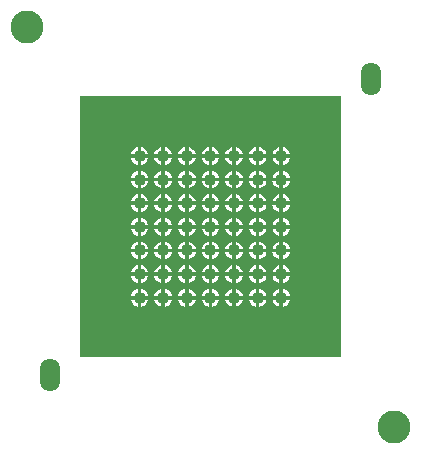
<source format=gbl>
%FSLAX24Y24*%
%MOIN*%
G70*
G01*
G75*
G04 Layer_Physical_Order=2*
G04 Layer_Color=16711680*
%ADD10R,0.0500X0.0299*%
%ADD11R,0.0551X0.0236*%
%ADD12R,0.0709X0.0236*%
%ADD13R,0.0315X0.0354*%
%ADD14R,0.0500X0.1000*%
%ADD15R,0.0512X0.0217*%
%ADD16R,0.0354X0.0315*%
%ADD17R,0.0472X0.0551*%
%ADD18R,0.0354X0.0276*%
%ADD19R,0.0217X0.0394*%
%ADD20R,0.0276X0.0354*%
%ADD21R,0.0217X0.0512*%
%ADD22R,0.0512X0.0236*%
%ADD23R,0.1500X0.1000*%
G04:AMPARAMS|DCode=24|XSize=60mil|YSize=40mil|CornerRadius=0mil|HoleSize=0mil|Usage=FLASHONLY|Rotation=45.000|XOffset=0mil|YOffset=0mil|HoleType=Round|Shape=Rectangle|*
%AMROTATEDRECTD24*
4,1,4,-0.0071,-0.0354,-0.0354,-0.0071,0.0071,0.0354,0.0354,0.0071,-0.0071,-0.0354,0.0*
%
%ADD24ROTATEDRECTD24*%

%ADD25O,0.1181X0.3150*%
%ADD26R,0.8661X0.8661*%
%ADD27C,0.0120*%
%ADD28C,0.0200*%
%ADD29C,0.0150*%
%ADD30C,0.0300*%
%ADD31O,0.0669X0.1102*%
%ADD32C,0.1100*%
%ADD33C,0.0400*%
G36*
X4350Y-4350D02*
X-4350D01*
Y4350D01*
X4350D01*
Y-4350D01*
D02*
G37*
%LPC*%
G36*
X727Y-847D02*
X493D01*
X495Y-866D01*
X525Y-939D01*
X573Y-1001D01*
X636Y-1049D01*
X709Y-1080D01*
X727Y-1082D01*
Y-847D01*
D02*
G37*
G36*
X1082D02*
X847D01*
Y-1082D01*
X866Y-1080D01*
X939Y-1049D01*
X1001Y-1001D01*
X1049Y-939D01*
X1080Y-866D01*
X1082Y-847D01*
D02*
G37*
G36*
X1515D02*
X1280D01*
X1283Y-866D01*
X1313Y-939D01*
X1361Y-1001D01*
X1424Y-1049D01*
X1496Y-1080D01*
X1515Y-1082D01*
Y-847D01*
D02*
G37*
G36*
X-493D02*
X-727D01*
Y-1082D01*
X-709Y-1080D01*
X-636Y-1049D01*
X-573Y-1001D01*
X-525Y-939D01*
X-495Y-866D01*
X-493Y-847D01*
D02*
G37*
G36*
X-60D02*
X-295D01*
X-292Y-866D01*
X-262Y-939D01*
X-214Y-1001D01*
X-151Y-1049D01*
X-78Y-1080D01*
X-60Y-1082D01*
Y-847D01*
D02*
G37*
G36*
X295D02*
X60D01*
Y-1082D01*
X78Y-1080D01*
X151Y-1049D01*
X214Y-1001D01*
X262Y-939D01*
X292Y-866D01*
X295Y-847D01*
D02*
G37*
G36*
X-2422Y-493D02*
X-2441Y-495D01*
X-2513Y-525D01*
X-2576Y-573D01*
X-2624Y-636D01*
X-2654Y-709D01*
X-2657Y-727D01*
X-2422D01*
Y-493D01*
D02*
G37*
G36*
X-2302D02*
Y-727D01*
X-2068D01*
X-2070Y-709D01*
X-2100Y-636D01*
X-2148Y-573D01*
X-2211Y-525D01*
X-2284Y-495D01*
X-2302Y-493D01*
D02*
G37*
G36*
X-1635D02*
X-1653Y-495D01*
X-1726Y-525D01*
X-1789Y-573D01*
X-1837Y-636D01*
X-1867Y-709D01*
X-1869Y-727D01*
X-1635D01*
Y-493D01*
D02*
G37*
G36*
X1869Y-847D02*
X1635D01*
Y-1082D01*
X1653Y-1080D01*
X1726Y-1049D01*
X1789Y-1001D01*
X1837Y-939D01*
X1867Y-866D01*
X1869Y-847D01*
D02*
G37*
G36*
X2302D02*
X2068D01*
X2070Y-866D01*
X2100Y-939D01*
X2148Y-1001D01*
X2211Y-1049D01*
X2284Y-1080D01*
X2302Y-1082D01*
Y-847D01*
D02*
G37*
G36*
X2657D02*
X2422D01*
Y-1082D01*
X2441Y-1080D01*
X2513Y-1049D01*
X2576Y-1001D01*
X2624Y-939D01*
X2654Y-866D01*
X2657Y-847D01*
D02*
G37*
G36*
X1515Y-1280D02*
X1496Y-1283D01*
X1424Y-1313D01*
X1361Y-1361D01*
X1313Y-1424D01*
X1283Y-1496D01*
X1280Y-1515D01*
X1515D01*
Y-1280D01*
D02*
G37*
G36*
X1635D02*
Y-1515D01*
X1869D01*
X1867Y-1496D01*
X1837Y-1424D01*
X1789Y-1361D01*
X1726Y-1313D01*
X1653Y-1283D01*
X1635Y-1280D01*
D02*
G37*
G36*
X2302D02*
X2284Y-1283D01*
X2211Y-1313D01*
X2148Y-1361D01*
X2100Y-1424D01*
X2070Y-1496D01*
X2068Y-1515D01*
X2302D01*
Y-1280D01*
D02*
G37*
G36*
X60D02*
Y-1515D01*
X295D01*
X292Y-1496D01*
X262Y-1424D01*
X214Y-1361D01*
X151Y-1313D01*
X78Y-1283D01*
X60Y-1280D01*
D02*
G37*
G36*
X727D02*
X709Y-1283D01*
X636Y-1313D01*
X573Y-1361D01*
X525Y-1424D01*
X495Y-1496D01*
X493Y-1515D01*
X727D01*
Y-1280D01*
D02*
G37*
G36*
X847D02*
Y-1515D01*
X1082D01*
X1080Y-1496D01*
X1049Y-1424D01*
X1001Y-1361D01*
X939Y-1313D01*
X866Y-1283D01*
X847Y-1280D01*
D02*
G37*
G36*
X-1635Y-847D02*
X-1869D01*
X-1867Y-866D01*
X-1837Y-939D01*
X-1789Y-1001D01*
X-1726Y-1049D01*
X-1653Y-1080D01*
X-1635Y-1082D01*
Y-847D01*
D02*
G37*
G36*
X-1280D02*
X-1515D01*
Y-1082D01*
X-1496Y-1080D01*
X-1424Y-1049D01*
X-1361Y-1001D01*
X-1313Y-939D01*
X-1283Y-866D01*
X-1280Y-847D01*
D02*
G37*
G36*
X-847D02*
X-1082D01*
X-1080Y-866D01*
X-1049Y-939D01*
X-1001Y-1001D01*
X-939Y-1049D01*
X-866Y-1080D01*
X-847Y-1082D01*
Y-847D01*
D02*
G37*
G36*
X2422Y-1280D02*
Y-1515D01*
X2657D01*
X2654Y-1496D01*
X2624Y-1424D01*
X2576Y-1361D01*
X2513Y-1313D01*
X2441Y-1283D01*
X2422Y-1280D01*
D02*
G37*
G36*
X-2422Y-847D02*
X-2657D01*
X-2654Y-866D01*
X-2624Y-939D01*
X-2576Y-1001D01*
X-2513Y-1049D01*
X-2441Y-1080D01*
X-2422Y-1082D01*
Y-847D01*
D02*
G37*
G36*
X-2068D02*
X-2302D01*
Y-1082D01*
X-2284Y-1080D01*
X-2211Y-1049D01*
X-2148Y-1001D01*
X-2100Y-939D01*
X-2070Y-866D01*
X-2068Y-847D01*
D02*
G37*
G36*
X-847Y-60D02*
X-1082D01*
X-1080Y-78D01*
X-1049Y-151D01*
X-1001Y-214D01*
X-939Y-262D01*
X-866Y-292D01*
X-847Y-295D01*
Y-60D01*
D02*
G37*
G36*
X-493D02*
X-727D01*
Y-295D01*
X-709Y-292D01*
X-636Y-262D01*
X-573Y-214D01*
X-525Y-151D01*
X-495Y-78D01*
X-493Y-60D01*
D02*
G37*
G36*
X-60D02*
X-295D01*
X-292Y-78D01*
X-262Y-151D01*
X-214Y-214D01*
X-151Y-262D01*
X-78Y-292D01*
X-60Y-295D01*
Y-60D01*
D02*
G37*
G36*
X-2068D02*
X-2302D01*
Y-295D01*
X-2284Y-292D01*
X-2211Y-262D01*
X-2148Y-214D01*
X-2100Y-151D01*
X-2070Y-78D01*
X-2068Y-60D01*
D02*
G37*
G36*
X-1635D02*
X-1869D01*
X-1867Y-78D01*
X-1837Y-151D01*
X-1789Y-214D01*
X-1726Y-262D01*
X-1653Y-292D01*
X-1635Y-295D01*
Y-60D01*
D02*
G37*
G36*
X-1280D02*
X-1515D01*
Y-295D01*
X-1496Y-292D01*
X-1424Y-262D01*
X-1361Y-214D01*
X-1313Y-151D01*
X-1283Y-78D01*
X-1280Y-60D01*
D02*
G37*
G36*
X1515D02*
X1280D01*
X1283Y-78D01*
X1313Y-151D01*
X1361Y-214D01*
X1424Y-262D01*
X1496Y-292D01*
X1515Y-295D01*
Y-60D01*
D02*
G37*
G36*
X1869D02*
X1635D01*
Y-295D01*
X1653Y-292D01*
X1726Y-262D01*
X1789Y-214D01*
X1837Y-151D01*
X1867Y-78D01*
X1869Y-60D01*
D02*
G37*
G36*
X2302D02*
X2068D01*
X2070Y-78D01*
X2100Y-151D01*
X2148Y-214D01*
X2211Y-262D01*
X2284Y-292D01*
X2302Y-295D01*
Y-60D01*
D02*
G37*
G36*
X295D02*
X60D01*
Y-295D01*
X78Y-292D01*
X151Y-262D01*
X214Y-214D01*
X262Y-151D01*
X292Y-78D01*
X295Y-60D01*
D02*
G37*
G36*
X727D02*
X493D01*
X495Y-78D01*
X525Y-151D01*
X573Y-214D01*
X636Y-262D01*
X709Y-292D01*
X727Y-295D01*
Y-60D01*
D02*
G37*
G36*
X1082D02*
X847D01*
Y-295D01*
X866Y-292D01*
X939Y-262D01*
X1001Y-214D01*
X1049Y-151D01*
X1080Y-78D01*
X1082Y-60D01*
D02*
G37*
G36*
X-60Y-493D02*
X-78Y-495D01*
X-151Y-525D01*
X-214Y-573D01*
X-262Y-636D01*
X-292Y-709D01*
X-295Y-727D01*
X-60D01*
Y-493D01*
D02*
G37*
G36*
X60D02*
Y-727D01*
X295D01*
X292Y-709D01*
X262Y-636D01*
X214Y-573D01*
X151Y-525D01*
X78Y-495D01*
X60Y-493D01*
D02*
G37*
G36*
X727D02*
X709Y-495D01*
X636Y-525D01*
X573Y-573D01*
X525Y-636D01*
X495Y-709D01*
X493Y-727D01*
X727D01*
Y-493D01*
D02*
G37*
G36*
X-1515D02*
Y-727D01*
X-1280D01*
X-1283Y-709D01*
X-1313Y-636D01*
X-1361Y-573D01*
X-1424Y-525D01*
X-1496Y-495D01*
X-1515Y-493D01*
D02*
G37*
G36*
X-847D02*
X-866Y-495D01*
X-939Y-525D01*
X-1001Y-573D01*
X-1049Y-636D01*
X-1080Y-709D01*
X-1082Y-727D01*
X-847D01*
Y-493D01*
D02*
G37*
G36*
X-727D02*
Y-727D01*
X-493D01*
X-495Y-709D01*
X-525Y-636D01*
X-573Y-573D01*
X-636Y-525D01*
X-709Y-495D01*
X-727Y-493D01*
D02*
G37*
G36*
X2302D02*
X2284Y-495D01*
X2211Y-525D01*
X2148Y-573D01*
X2100Y-636D01*
X2070Y-709D01*
X2068Y-727D01*
X2302D01*
Y-493D01*
D02*
G37*
G36*
X2422D02*
Y-727D01*
X2657D01*
X2654Y-709D01*
X2624Y-636D01*
X2576Y-573D01*
X2513Y-525D01*
X2441Y-495D01*
X2422Y-493D01*
D02*
G37*
G36*
X-2422Y-60D02*
X-2657D01*
X-2654Y-78D01*
X-2624Y-151D01*
X-2576Y-214D01*
X-2513Y-262D01*
X-2441Y-292D01*
X-2422Y-295D01*
Y-60D01*
D02*
G37*
G36*
X847Y-493D02*
Y-727D01*
X1082D01*
X1080Y-709D01*
X1049Y-636D01*
X1001Y-573D01*
X939Y-525D01*
X866Y-495D01*
X847Y-493D01*
D02*
G37*
G36*
X1515D02*
X1496Y-495D01*
X1424Y-525D01*
X1361Y-573D01*
X1313Y-636D01*
X1283Y-709D01*
X1280Y-727D01*
X1515D01*
Y-493D01*
D02*
G37*
G36*
X1635D02*
Y-727D01*
X1869D01*
X1867Y-709D01*
X1837Y-636D01*
X1789Y-573D01*
X1726Y-525D01*
X1653Y-495D01*
X1635Y-493D01*
D02*
G37*
G36*
X-60Y-1280D02*
X-78Y-1283D01*
X-151Y-1313D01*
X-214Y-1361D01*
X-262Y-1424D01*
X-292Y-1496D01*
X-295Y-1515D01*
X-60D01*
Y-1280D01*
D02*
G37*
G36*
X-2302Y-2068D02*
Y-2302D01*
X-2068D01*
X-2070Y-2284D01*
X-2100Y-2211D01*
X-2148Y-2148D01*
X-2211Y-2100D01*
X-2284Y-2070D01*
X-2302Y-2068D01*
D02*
G37*
G36*
X-1635D02*
X-1653Y-2070D01*
X-1726Y-2100D01*
X-1789Y-2148D01*
X-1837Y-2211D01*
X-1867Y-2284D01*
X-1869Y-2302D01*
X-1635D01*
Y-2068D01*
D02*
G37*
G36*
X-1515D02*
Y-2302D01*
X-1280D01*
X-1283Y-2284D01*
X-1313Y-2211D01*
X-1361Y-2148D01*
X-1424Y-2100D01*
X-1496Y-2070D01*
X-1515Y-2068D01*
D02*
G37*
G36*
X2302Y-2422D02*
X2068D01*
X2070Y-2441D01*
X2100Y-2513D01*
X2148Y-2576D01*
X2211Y-2624D01*
X2284Y-2654D01*
X2302Y-2657D01*
Y-2422D01*
D02*
G37*
G36*
X2657D02*
X2422D01*
Y-2657D01*
X2441Y-2654D01*
X2513Y-2624D01*
X2576Y-2576D01*
X2624Y-2513D01*
X2654Y-2441D01*
X2657Y-2422D01*
D02*
G37*
G36*
X-2422Y-2068D02*
X-2441Y-2070D01*
X-2513Y-2100D01*
X-2576Y-2148D01*
X-2624Y-2211D01*
X-2654Y-2284D01*
X-2657Y-2302D01*
X-2422D01*
Y-2068D01*
D02*
G37*
G36*
X60D02*
Y-2302D01*
X295D01*
X292Y-2284D01*
X262Y-2211D01*
X214Y-2148D01*
X151Y-2100D01*
X78Y-2070D01*
X60Y-2068D01*
D02*
G37*
G36*
X727D02*
X709Y-2070D01*
X636Y-2100D01*
X573Y-2148D01*
X525Y-2211D01*
X495Y-2284D01*
X493Y-2302D01*
X727D01*
Y-2068D01*
D02*
G37*
G36*
X847D02*
Y-2302D01*
X1082D01*
X1080Y-2284D01*
X1049Y-2211D01*
X1001Y-2148D01*
X939Y-2100D01*
X866Y-2070D01*
X847Y-2068D01*
D02*
G37*
G36*
X-847D02*
X-866Y-2070D01*
X-939Y-2100D01*
X-1001Y-2148D01*
X-1049Y-2211D01*
X-1080Y-2284D01*
X-1082Y-2302D01*
X-847D01*
Y-2068D01*
D02*
G37*
G36*
X-727D02*
Y-2302D01*
X-493D01*
X-495Y-2284D01*
X-525Y-2211D01*
X-573Y-2148D01*
X-636Y-2100D01*
X-709Y-2070D01*
X-727Y-2068D01*
D02*
G37*
G36*
X-60D02*
X-78Y-2070D01*
X-151Y-2100D01*
X-214Y-2148D01*
X-262Y-2211D01*
X-292Y-2284D01*
X-295Y-2302D01*
X-60D01*
Y-2068D01*
D02*
G37*
G36*
X-1280Y-2422D02*
X-1515D01*
Y-2657D01*
X-1496Y-2654D01*
X-1424Y-2624D01*
X-1361Y-2576D01*
X-1313Y-2513D01*
X-1283Y-2441D01*
X-1280Y-2422D01*
D02*
G37*
G36*
X-847D02*
X-1082D01*
X-1080Y-2441D01*
X-1049Y-2513D01*
X-1001Y-2576D01*
X-939Y-2624D01*
X-866Y-2654D01*
X-847Y-2657D01*
Y-2422D01*
D02*
G37*
G36*
X-493D02*
X-727D01*
Y-2657D01*
X-709Y-2654D01*
X-636Y-2624D01*
X-573Y-2576D01*
X-525Y-2513D01*
X-495Y-2441D01*
X-493Y-2422D01*
D02*
G37*
G36*
X-2422D02*
X-2657D01*
X-2654Y-2441D01*
X-2624Y-2513D01*
X-2576Y-2576D01*
X-2513Y-2624D01*
X-2441Y-2654D01*
X-2422Y-2657D01*
Y-2422D01*
D02*
G37*
G36*
X-2068D02*
X-2302D01*
Y-2657D01*
X-2284Y-2654D01*
X-2211Y-2624D01*
X-2148Y-2576D01*
X-2100Y-2513D01*
X-2070Y-2441D01*
X-2068Y-2422D01*
D02*
G37*
G36*
X-1635D02*
X-1869D01*
X-1867Y-2441D01*
X-1837Y-2513D01*
X-1789Y-2576D01*
X-1726Y-2624D01*
X-1653Y-2654D01*
X-1635Y-2657D01*
Y-2422D01*
D02*
G37*
G36*
X1082D02*
X847D01*
Y-2657D01*
X866Y-2654D01*
X939Y-2624D01*
X1001Y-2576D01*
X1049Y-2513D01*
X1080Y-2441D01*
X1082Y-2422D01*
D02*
G37*
G36*
X1515D02*
X1280D01*
X1283Y-2441D01*
X1313Y-2513D01*
X1361Y-2576D01*
X1424Y-2624D01*
X1496Y-2654D01*
X1515Y-2657D01*
Y-2422D01*
D02*
G37*
G36*
X1869D02*
X1635D01*
Y-2657D01*
X1653Y-2654D01*
X1726Y-2624D01*
X1789Y-2576D01*
X1837Y-2513D01*
X1867Y-2441D01*
X1869Y-2422D01*
D02*
G37*
G36*
X-60D02*
X-295D01*
X-292Y-2441D01*
X-262Y-2513D01*
X-214Y-2576D01*
X-151Y-2624D01*
X-78Y-2654D01*
X-60Y-2657D01*
Y-2422D01*
D02*
G37*
G36*
X295D02*
X60D01*
Y-2657D01*
X78Y-2654D01*
X151Y-2624D01*
X214Y-2576D01*
X262Y-2513D01*
X292Y-2441D01*
X295Y-2422D01*
D02*
G37*
G36*
X727D02*
X493D01*
X495Y-2441D01*
X525Y-2513D01*
X573Y-2576D01*
X636Y-2624D01*
X709Y-2654D01*
X727Y-2657D01*
Y-2422D01*
D02*
G37*
G36*
X1869Y-1635D02*
X1635D01*
Y-1869D01*
X1653Y-1867D01*
X1726Y-1837D01*
X1789Y-1789D01*
X1837Y-1726D01*
X1867Y-1653D01*
X1869Y-1635D01*
D02*
G37*
G36*
X2302D02*
X2068D01*
X2070Y-1653D01*
X2100Y-1726D01*
X2148Y-1789D01*
X2211Y-1837D01*
X2284Y-1867D01*
X2302Y-1869D01*
Y-1635D01*
D02*
G37*
G36*
X2657D02*
X2422D01*
Y-1869D01*
X2441Y-1867D01*
X2513Y-1837D01*
X2576Y-1789D01*
X2624Y-1726D01*
X2654Y-1653D01*
X2657Y-1635D01*
D02*
G37*
G36*
X727D02*
X493D01*
X495Y-1653D01*
X525Y-1726D01*
X573Y-1789D01*
X636Y-1837D01*
X709Y-1867D01*
X727Y-1869D01*
Y-1635D01*
D02*
G37*
G36*
X1082D02*
X847D01*
Y-1869D01*
X866Y-1867D01*
X939Y-1837D01*
X1001Y-1789D01*
X1049Y-1726D01*
X1080Y-1653D01*
X1082Y-1635D01*
D02*
G37*
G36*
X1515D02*
X1280D01*
X1283Y-1653D01*
X1313Y-1726D01*
X1361Y-1789D01*
X1424Y-1837D01*
X1496Y-1867D01*
X1515Y-1869D01*
Y-1635D01*
D02*
G37*
G36*
X-1515Y-1280D02*
Y-1515D01*
X-1280D01*
X-1283Y-1496D01*
X-1313Y-1424D01*
X-1361Y-1361D01*
X-1424Y-1313D01*
X-1496Y-1283D01*
X-1515Y-1280D01*
D02*
G37*
G36*
X-847D02*
X-866Y-1283D01*
X-939Y-1313D01*
X-1001Y-1361D01*
X-1049Y-1424D01*
X-1080Y-1496D01*
X-1082Y-1515D01*
X-847D01*
Y-1280D01*
D02*
G37*
G36*
X-727D02*
Y-1515D01*
X-493D01*
X-495Y-1496D01*
X-525Y-1424D01*
X-573Y-1361D01*
X-636Y-1313D01*
X-709Y-1283D01*
X-727Y-1280D01*
D02*
G37*
G36*
X-2422D02*
X-2441Y-1283D01*
X-2513Y-1313D01*
X-2576Y-1361D01*
X-2624Y-1424D01*
X-2654Y-1496D01*
X-2657Y-1515D01*
X-2422D01*
Y-1280D01*
D02*
G37*
G36*
X-2302D02*
Y-1515D01*
X-2068D01*
X-2070Y-1496D01*
X-2100Y-1424D01*
X-2148Y-1361D01*
X-2211Y-1313D01*
X-2284Y-1283D01*
X-2302Y-1280D01*
D02*
G37*
G36*
X-1635D02*
X-1653Y-1283D01*
X-1726Y-1313D01*
X-1789Y-1361D01*
X-1837Y-1424D01*
X-1867Y-1496D01*
X-1869Y-1515D01*
X-1635D01*
Y-1280D01*
D02*
G37*
G36*
X2422Y-2068D02*
Y-2302D01*
X2657D01*
X2654Y-2284D01*
X2624Y-2211D01*
X2576Y-2148D01*
X2513Y-2100D01*
X2441Y-2070D01*
X2422Y-2068D01*
D02*
G37*
G36*
X-2422Y-1635D02*
X-2657D01*
X-2654Y-1653D01*
X-2624Y-1726D01*
X-2576Y-1789D01*
X-2513Y-1837D01*
X-2441Y-1867D01*
X-2422Y-1869D01*
Y-1635D01*
D02*
G37*
G36*
X-2068D02*
X-2302D01*
Y-1869D01*
X-2284Y-1867D01*
X-2211Y-1837D01*
X-2148Y-1789D01*
X-2100Y-1726D01*
X-2070Y-1653D01*
X-2068Y-1635D01*
D02*
G37*
G36*
X1515Y-2068D02*
X1496Y-2070D01*
X1424Y-2100D01*
X1361Y-2148D01*
X1313Y-2211D01*
X1283Y-2284D01*
X1280Y-2302D01*
X1515D01*
Y-2068D01*
D02*
G37*
G36*
X1635D02*
Y-2302D01*
X1869D01*
X1867Y-2284D01*
X1837Y-2211D01*
X1789Y-2148D01*
X1726Y-2100D01*
X1653Y-2070D01*
X1635Y-2068D01*
D02*
G37*
G36*
X2302D02*
X2284Y-2070D01*
X2211Y-2100D01*
X2148Y-2148D01*
X2100Y-2211D01*
X2070Y-2284D01*
X2068Y-2302D01*
X2302D01*
Y-2068D01*
D02*
G37*
G36*
X-493Y-1635D02*
X-727D01*
Y-1869D01*
X-709Y-1867D01*
X-636Y-1837D01*
X-573Y-1789D01*
X-525Y-1726D01*
X-495Y-1653D01*
X-493Y-1635D01*
D02*
G37*
G36*
X-60D02*
X-295D01*
X-292Y-1653D01*
X-262Y-1726D01*
X-214Y-1789D01*
X-151Y-1837D01*
X-78Y-1867D01*
X-60Y-1869D01*
Y-1635D01*
D02*
G37*
G36*
X295D02*
X60D01*
Y-1869D01*
X78Y-1867D01*
X151Y-1837D01*
X214Y-1789D01*
X262Y-1726D01*
X292Y-1653D01*
X295Y-1635D01*
D02*
G37*
G36*
X-1635D02*
X-1869D01*
X-1867Y-1653D01*
X-1837Y-1726D01*
X-1789Y-1789D01*
X-1726Y-1837D01*
X-1653Y-1867D01*
X-1635Y-1869D01*
Y-1635D01*
D02*
G37*
G36*
X-1280D02*
X-1515D01*
Y-1869D01*
X-1496Y-1867D01*
X-1424Y-1837D01*
X-1361Y-1789D01*
X-1313Y-1726D01*
X-1283Y-1653D01*
X-1280Y-1635D01*
D02*
G37*
G36*
X-847D02*
X-1082D01*
X-1080Y-1653D01*
X-1049Y-1726D01*
X-1001Y-1789D01*
X-939Y-1837D01*
X-866Y-1867D01*
X-847Y-1869D01*
Y-1635D01*
D02*
G37*
G36*
X2657Y-60D02*
X2422D01*
Y-295D01*
X2441Y-292D01*
X2513Y-262D01*
X2576Y-214D01*
X2624Y-151D01*
X2654Y-78D01*
X2657Y-60D01*
D02*
G37*
G36*
X727Y1869D02*
X709Y1867D01*
X636Y1837D01*
X573Y1789D01*
X525Y1726D01*
X495Y1653D01*
X493Y1635D01*
X727D01*
Y1869D01*
D02*
G37*
G36*
X847D02*
Y1635D01*
X1082D01*
X1080Y1653D01*
X1049Y1726D01*
X1001Y1789D01*
X939Y1837D01*
X866Y1867D01*
X847Y1869D01*
D02*
G37*
G36*
X1515D02*
X1496Y1867D01*
X1424Y1837D01*
X1361Y1789D01*
X1313Y1726D01*
X1283Y1653D01*
X1280Y1635D01*
X1515D01*
Y1869D01*
D02*
G37*
G36*
X-727D02*
Y1635D01*
X-493D01*
X-495Y1653D01*
X-525Y1726D01*
X-573Y1789D01*
X-636Y1837D01*
X-709Y1867D01*
X-727Y1869D01*
D02*
G37*
G36*
X-60D02*
X-78Y1867D01*
X-151Y1837D01*
X-214Y1789D01*
X-262Y1726D01*
X-292Y1653D01*
X-295Y1635D01*
X-60D01*
Y1869D01*
D02*
G37*
G36*
X60D02*
Y1635D01*
X295D01*
X292Y1653D01*
X262Y1726D01*
X214Y1789D01*
X151Y1837D01*
X78Y1867D01*
X60Y1869D01*
D02*
G37*
G36*
X-2422Y2302D02*
X-2657D01*
X-2654Y2284D01*
X-2624Y2211D01*
X-2576Y2148D01*
X-2513Y2100D01*
X-2441Y2070D01*
X-2422Y2068D01*
Y2302D01*
D02*
G37*
G36*
X-2068D02*
X-2302D01*
Y2068D01*
X-2284Y2070D01*
X-2211Y2100D01*
X-2148Y2148D01*
X-2100Y2211D01*
X-2070Y2284D01*
X-2068Y2302D01*
D02*
G37*
G36*
X-1635D02*
X-1869D01*
X-1867Y2284D01*
X-1837Y2211D01*
X-1789Y2148D01*
X-1726Y2100D01*
X-1653Y2070D01*
X-1635Y2068D01*
Y2302D01*
D02*
G37*
G36*
X1635Y1869D02*
Y1635D01*
X1869D01*
X1867Y1653D01*
X1837Y1726D01*
X1789Y1789D01*
X1726Y1837D01*
X1653Y1867D01*
X1635Y1869D01*
D02*
G37*
G36*
X2302D02*
X2284Y1867D01*
X2211Y1837D01*
X2148Y1789D01*
X2100Y1726D01*
X2070Y1653D01*
X2068Y1635D01*
X2302D01*
Y1869D01*
D02*
G37*
G36*
X2422D02*
Y1635D01*
X2657D01*
X2654Y1653D01*
X2624Y1726D01*
X2576Y1789D01*
X2513Y1837D01*
X2441Y1867D01*
X2422Y1869D01*
D02*
G37*
G36*
X1515Y1515D02*
X1280D01*
X1283Y1496D01*
X1313Y1424D01*
X1361Y1361D01*
X1424Y1313D01*
X1496Y1283D01*
X1515Y1280D01*
Y1515D01*
D02*
G37*
G36*
X1869D02*
X1635D01*
Y1280D01*
X1653Y1283D01*
X1726Y1313D01*
X1789Y1361D01*
X1837Y1424D01*
X1867Y1496D01*
X1869Y1515D01*
D02*
G37*
G36*
X2302D02*
X2068D01*
X2070Y1496D01*
X2100Y1424D01*
X2148Y1361D01*
X2211Y1313D01*
X2284Y1283D01*
X2302Y1280D01*
Y1515D01*
D02*
G37*
G36*
X295D02*
X60D01*
Y1280D01*
X78Y1283D01*
X151Y1313D01*
X214Y1361D01*
X262Y1424D01*
X292Y1496D01*
X295Y1515D01*
D02*
G37*
G36*
X727D02*
X493D01*
X495Y1496D01*
X525Y1424D01*
X573Y1361D01*
X636Y1313D01*
X709Y1283D01*
X727Y1280D01*
Y1515D01*
D02*
G37*
G36*
X1082D02*
X847D01*
Y1280D01*
X866Y1283D01*
X939Y1313D01*
X1001Y1361D01*
X1049Y1424D01*
X1080Y1496D01*
X1082Y1515D01*
D02*
G37*
G36*
X-1635Y1869D02*
X-1653Y1867D01*
X-1726Y1837D01*
X-1789Y1789D01*
X-1837Y1726D01*
X-1867Y1653D01*
X-1869Y1635D01*
X-1635D01*
Y1869D01*
D02*
G37*
G36*
X-1515D02*
Y1635D01*
X-1280D01*
X-1283Y1653D01*
X-1313Y1726D01*
X-1361Y1789D01*
X-1424Y1837D01*
X-1496Y1867D01*
X-1515Y1869D01*
D02*
G37*
G36*
X-847D02*
X-866Y1867D01*
X-939Y1837D01*
X-1001Y1789D01*
X-1049Y1726D01*
X-1080Y1653D01*
X-1082Y1635D01*
X-847D01*
Y1869D01*
D02*
G37*
G36*
X2657Y1515D02*
X2422D01*
Y1280D01*
X2441Y1283D01*
X2513Y1313D01*
X2576Y1361D01*
X2624Y1424D01*
X2654Y1496D01*
X2657Y1515D01*
D02*
G37*
G36*
X-2422Y1869D02*
X-2441Y1867D01*
X-2513Y1837D01*
X-2576Y1789D01*
X-2624Y1726D01*
X-2654Y1653D01*
X-2657Y1635D01*
X-2422D01*
Y1869D01*
D02*
G37*
G36*
X-2302D02*
Y1635D01*
X-2068D01*
X-2070Y1653D01*
X-2100Y1726D01*
X-2148Y1789D01*
X-2211Y1837D01*
X-2284Y1867D01*
X-2302Y1869D01*
D02*
G37*
G36*
X-1280Y2302D02*
X-1515D01*
Y2068D01*
X-1496Y2070D01*
X-1424Y2100D01*
X-1361Y2148D01*
X-1313Y2211D01*
X-1283Y2284D01*
X-1280Y2302D01*
D02*
G37*
G36*
X-727Y2657D02*
Y2422D01*
X-493D01*
X-495Y2441D01*
X-525Y2513D01*
X-573Y2576D01*
X-636Y2624D01*
X-709Y2654D01*
X-727Y2657D01*
D02*
G37*
G36*
X-60D02*
X-78Y2654D01*
X-151Y2624D01*
X-214Y2576D01*
X-262Y2513D01*
X-292Y2441D01*
X-295Y2422D01*
X-60D01*
Y2657D01*
D02*
G37*
G36*
X60D02*
Y2422D01*
X295D01*
X292Y2441D01*
X262Y2513D01*
X214Y2576D01*
X151Y2624D01*
X78Y2654D01*
X60Y2657D01*
D02*
G37*
G36*
X-1635D02*
X-1653Y2654D01*
X-1726Y2624D01*
X-1789Y2576D01*
X-1837Y2513D01*
X-1867Y2441D01*
X-1869Y2422D01*
X-1635D01*
Y2657D01*
D02*
G37*
G36*
X-1515D02*
Y2422D01*
X-1280D01*
X-1283Y2441D01*
X-1313Y2513D01*
X-1361Y2576D01*
X-1424Y2624D01*
X-1496Y2654D01*
X-1515Y2657D01*
D02*
G37*
G36*
X-847D02*
X-866Y2654D01*
X-939Y2624D01*
X-1001Y2576D01*
X-1049Y2513D01*
X-1080Y2441D01*
X-1082Y2422D01*
X-847D01*
Y2657D01*
D02*
G37*
G36*
X1635D02*
Y2422D01*
X1869D01*
X1867Y2441D01*
X1837Y2513D01*
X1789Y2576D01*
X1726Y2624D01*
X1653Y2654D01*
X1635Y2657D01*
D02*
G37*
G36*
X2302D02*
X2284Y2654D01*
X2211Y2624D01*
X2148Y2576D01*
X2100Y2513D01*
X2070Y2441D01*
X2068Y2422D01*
X2302D01*
Y2657D01*
D02*
G37*
G36*
X2422D02*
Y2422D01*
X2657D01*
X2654Y2441D01*
X2624Y2513D01*
X2576Y2576D01*
X2513Y2624D01*
X2441Y2654D01*
X2422Y2657D01*
D02*
G37*
G36*
X727D02*
X709Y2654D01*
X636Y2624D01*
X573Y2576D01*
X525Y2513D01*
X495Y2441D01*
X493Y2422D01*
X727D01*
Y2657D01*
D02*
G37*
G36*
X847D02*
Y2422D01*
X1082D01*
X1080Y2441D01*
X1049Y2513D01*
X1001Y2576D01*
X939Y2624D01*
X866Y2654D01*
X847Y2657D01*
D02*
G37*
G36*
X1515D02*
X1496Y2654D01*
X1424Y2624D01*
X1361Y2576D01*
X1313Y2513D01*
X1283Y2441D01*
X1280Y2422D01*
X1515D01*
Y2657D01*
D02*
G37*
G36*
X295Y2302D02*
X60D01*
Y2068D01*
X78Y2070D01*
X151Y2100D01*
X214Y2148D01*
X262Y2211D01*
X292Y2284D01*
X295Y2302D01*
D02*
G37*
G36*
X727D02*
X493D01*
X495Y2284D01*
X525Y2211D01*
X573Y2148D01*
X636Y2100D01*
X709Y2070D01*
X727Y2068D01*
Y2302D01*
D02*
G37*
G36*
X1082D02*
X847D01*
Y2068D01*
X866Y2070D01*
X939Y2100D01*
X1001Y2148D01*
X1049Y2211D01*
X1080Y2284D01*
X1082Y2302D01*
D02*
G37*
G36*
X-847D02*
X-1082D01*
X-1080Y2284D01*
X-1049Y2211D01*
X-1001Y2148D01*
X-939Y2100D01*
X-866Y2070D01*
X-847Y2068D01*
Y2302D01*
D02*
G37*
G36*
X-493D02*
X-727D01*
Y2068D01*
X-709Y2070D01*
X-636Y2100D01*
X-573Y2148D01*
X-525Y2211D01*
X-495Y2284D01*
X-493Y2302D01*
D02*
G37*
G36*
X-60D02*
X-295D01*
X-292Y2284D01*
X-262Y2211D01*
X-214Y2148D01*
X-151Y2100D01*
X-78Y2070D01*
X-60Y2068D01*
Y2302D01*
D02*
G37*
G36*
X2657D02*
X2422D01*
Y2068D01*
X2441Y2070D01*
X2513Y2100D01*
X2576Y2148D01*
X2624Y2211D01*
X2654Y2284D01*
X2657Y2302D01*
D02*
G37*
G36*
X-2422Y2657D02*
X-2441Y2654D01*
X-2513Y2624D01*
X-2576Y2576D01*
X-2624Y2513D01*
X-2654Y2441D01*
X-2657Y2422D01*
X-2422D01*
Y2657D01*
D02*
G37*
G36*
X-2302D02*
Y2422D01*
X-2068D01*
X-2070Y2441D01*
X-2100Y2513D01*
X-2148Y2576D01*
X-2211Y2624D01*
X-2284Y2654D01*
X-2302Y2657D01*
D02*
G37*
G36*
X1515Y2302D02*
X1280D01*
X1283Y2284D01*
X1313Y2211D01*
X1361Y2148D01*
X1424Y2100D01*
X1496Y2070D01*
X1515Y2068D01*
Y2302D01*
D02*
G37*
G36*
X1869D02*
X1635D01*
Y2068D01*
X1653Y2070D01*
X1726Y2100D01*
X1789Y2148D01*
X1837Y2211D01*
X1867Y2284D01*
X1869Y2302D01*
D02*
G37*
G36*
X2302D02*
X2068D01*
X2070Y2284D01*
X2100Y2211D01*
X2148Y2148D01*
X2211Y2100D01*
X2284Y2070D01*
X2302Y2068D01*
Y2302D01*
D02*
G37*
G36*
X-2068Y727D02*
X-2302D01*
Y493D01*
X-2284Y495D01*
X-2211Y525D01*
X-2148Y573D01*
X-2100Y636D01*
X-2070Y709D01*
X-2068Y727D01*
D02*
G37*
G36*
X-1635D02*
X-1869D01*
X-1867Y709D01*
X-1837Y636D01*
X-1789Y573D01*
X-1726Y525D01*
X-1653Y495D01*
X-1635Y493D01*
Y727D01*
D02*
G37*
G36*
X-1280D02*
X-1515D01*
Y493D01*
X-1496Y495D01*
X-1424Y525D01*
X-1361Y573D01*
X-1313Y636D01*
X-1283Y709D01*
X-1280Y727D01*
D02*
G37*
G36*
X2302Y295D02*
X2284Y292D01*
X2211Y262D01*
X2148Y214D01*
X2100Y151D01*
X2070Y78D01*
X2068Y60D01*
X2302D01*
Y295D01*
D02*
G37*
G36*
X2422D02*
Y60D01*
X2657D01*
X2654Y78D01*
X2624Y151D01*
X2576Y214D01*
X2513Y262D01*
X2441Y292D01*
X2422Y295D01*
D02*
G37*
G36*
X-2422Y727D02*
X-2657D01*
X-2654Y709D01*
X-2624Y636D01*
X-2576Y573D01*
X-2513Y525D01*
X-2441Y495D01*
X-2422Y493D01*
Y727D01*
D02*
G37*
G36*
X295D02*
X60D01*
Y493D01*
X78Y495D01*
X151Y525D01*
X214Y573D01*
X262Y636D01*
X292Y709D01*
X295Y727D01*
D02*
G37*
G36*
X727D02*
X493D01*
X495Y709D01*
X525Y636D01*
X573Y573D01*
X636Y525D01*
X709Y495D01*
X727Y493D01*
Y727D01*
D02*
G37*
G36*
X1082D02*
X847D01*
Y493D01*
X866Y495D01*
X939Y525D01*
X1001Y573D01*
X1049Y636D01*
X1080Y709D01*
X1082Y727D01*
D02*
G37*
G36*
X-847D02*
X-1082D01*
X-1080Y709D01*
X-1049Y636D01*
X-1001Y573D01*
X-939Y525D01*
X-866Y495D01*
X-847Y493D01*
Y727D01*
D02*
G37*
G36*
X-493D02*
X-727D01*
Y493D01*
X-709Y495D01*
X-636Y525D01*
X-573Y573D01*
X-525Y636D01*
X-495Y709D01*
X-493Y727D01*
D02*
G37*
G36*
X-60D02*
X-295D01*
X-292Y709D01*
X-262Y636D01*
X-214Y573D01*
X-151Y525D01*
X-78Y495D01*
X-60Y493D01*
Y727D01*
D02*
G37*
G36*
X-1515Y295D02*
Y60D01*
X-1280D01*
X-1283Y78D01*
X-1313Y151D01*
X-1361Y214D01*
X-1424Y262D01*
X-1496Y292D01*
X-1515Y295D01*
D02*
G37*
G36*
X-847D02*
X-866Y292D01*
X-939Y262D01*
X-1001Y214D01*
X-1049Y151D01*
X-1080Y78D01*
X-1082Y60D01*
X-847D01*
Y295D01*
D02*
G37*
G36*
X-727D02*
Y60D01*
X-493D01*
X-495Y78D01*
X-525Y151D01*
X-573Y214D01*
X-636Y262D01*
X-709Y292D01*
X-727Y295D01*
D02*
G37*
G36*
X-2422D02*
X-2441Y292D01*
X-2513Y262D01*
X-2576Y214D01*
X-2624Y151D01*
X-2654Y78D01*
X-2657Y60D01*
X-2422D01*
Y295D01*
D02*
G37*
G36*
X-2302D02*
Y60D01*
X-2068D01*
X-2070Y78D01*
X-2100Y151D01*
X-2148Y214D01*
X-2211Y262D01*
X-2284Y292D01*
X-2302Y295D01*
D02*
G37*
G36*
X-1635D02*
X-1653Y292D01*
X-1726Y262D01*
X-1789Y214D01*
X-1837Y151D01*
X-1867Y78D01*
X-1869Y60D01*
X-1635D01*
Y295D01*
D02*
G37*
G36*
X847D02*
Y60D01*
X1082D01*
X1080Y78D01*
X1049Y151D01*
X1001Y214D01*
X939Y262D01*
X866Y292D01*
X847Y295D01*
D02*
G37*
G36*
X1515D02*
X1496Y292D01*
X1424Y262D01*
X1361Y214D01*
X1313Y151D01*
X1283Y78D01*
X1280Y60D01*
X1515D01*
Y295D01*
D02*
G37*
G36*
X1635D02*
Y60D01*
X1869D01*
X1867Y78D01*
X1837Y151D01*
X1789Y214D01*
X1726Y262D01*
X1653Y292D01*
X1635Y295D01*
D02*
G37*
G36*
X-60D02*
X-78Y292D01*
X-151Y262D01*
X-214Y214D01*
X-262Y151D01*
X-292Y78D01*
X-295Y60D01*
X-60D01*
Y295D01*
D02*
G37*
G36*
X60D02*
Y60D01*
X295D01*
X292Y78D01*
X262Y151D01*
X214Y214D01*
X151Y262D01*
X78Y292D01*
X60Y295D01*
D02*
G37*
G36*
X727D02*
X709Y292D01*
X636Y262D01*
X573Y214D01*
X525Y151D01*
X495Y78D01*
X493Y60D01*
X727D01*
Y295D01*
D02*
G37*
G36*
X1515Y727D02*
X1280D01*
X1283Y709D01*
X1313Y636D01*
X1361Y573D01*
X1424Y525D01*
X1496Y495D01*
X1515Y493D01*
Y727D01*
D02*
G37*
G36*
X2302Y1082D02*
X2284Y1080D01*
X2211Y1049D01*
X2148Y1001D01*
X2100Y939D01*
X2070Y866D01*
X2068Y847D01*
X2302D01*
Y1082D01*
D02*
G37*
G36*
X2422D02*
Y847D01*
X2657D01*
X2654Y866D01*
X2624Y939D01*
X2576Y1001D01*
X2513Y1049D01*
X2441Y1080D01*
X2422Y1082D01*
D02*
G37*
G36*
X-2422Y1515D02*
X-2657D01*
X-2654Y1496D01*
X-2624Y1424D01*
X-2576Y1361D01*
X-2513Y1313D01*
X-2441Y1283D01*
X-2422Y1280D01*
Y1515D01*
D02*
G37*
G36*
X847Y1082D02*
Y847D01*
X1082D01*
X1080Y866D01*
X1049Y939D01*
X1001Y1001D01*
X939Y1049D01*
X866Y1080D01*
X847Y1082D01*
D02*
G37*
G36*
X1515D02*
X1496Y1080D01*
X1424Y1049D01*
X1361Y1001D01*
X1313Y939D01*
X1283Y866D01*
X1280Y847D01*
X1515D01*
Y1082D01*
D02*
G37*
G36*
X1635D02*
Y847D01*
X1869D01*
X1867Y866D01*
X1837Y939D01*
X1789Y1001D01*
X1726Y1049D01*
X1653Y1080D01*
X1635Y1082D01*
D02*
G37*
G36*
X-847Y1515D02*
X-1082D01*
X-1080Y1496D01*
X-1049Y1424D01*
X-1001Y1361D01*
X-939Y1313D01*
X-866Y1283D01*
X-847Y1280D01*
Y1515D01*
D02*
G37*
G36*
X-493D02*
X-727D01*
Y1280D01*
X-709Y1283D01*
X-636Y1313D01*
X-573Y1361D01*
X-525Y1424D01*
X-495Y1496D01*
X-493Y1515D01*
D02*
G37*
G36*
X-60D02*
X-295D01*
X-292Y1496D01*
X-262Y1424D01*
X-214Y1361D01*
X-151Y1313D01*
X-78Y1283D01*
X-60Y1280D01*
Y1515D01*
D02*
G37*
G36*
X-2068D02*
X-2302D01*
Y1280D01*
X-2284Y1283D01*
X-2211Y1313D01*
X-2148Y1361D01*
X-2100Y1424D01*
X-2070Y1496D01*
X-2068Y1515D01*
D02*
G37*
G36*
X-1635D02*
X-1869D01*
X-1867Y1496D01*
X-1837Y1424D01*
X-1789Y1361D01*
X-1726Y1313D01*
X-1653Y1283D01*
X-1635Y1280D01*
Y1515D01*
D02*
G37*
G36*
X-1280D02*
X-1515D01*
Y1280D01*
X-1496Y1283D01*
X-1424Y1313D01*
X-1361Y1361D01*
X-1313Y1424D01*
X-1283Y1496D01*
X-1280Y1515D01*
D02*
G37*
G36*
X-2422Y1082D02*
X-2441Y1080D01*
X-2513Y1049D01*
X-2576Y1001D01*
X-2624Y939D01*
X-2654Y866D01*
X-2657Y847D01*
X-2422D01*
Y1082D01*
D02*
G37*
G36*
X-2302D02*
Y847D01*
X-2068D01*
X-2070Y866D01*
X-2100Y939D01*
X-2148Y1001D01*
X-2211Y1049D01*
X-2284Y1080D01*
X-2302Y1082D01*
D02*
G37*
G36*
X-1635D02*
X-1653Y1080D01*
X-1726Y1049D01*
X-1789Y1001D01*
X-1837Y939D01*
X-1867Y866D01*
X-1869Y847D01*
X-1635D01*
Y1082D01*
D02*
G37*
G36*
X1869Y727D02*
X1635D01*
Y493D01*
X1653Y495D01*
X1726Y525D01*
X1789Y573D01*
X1837Y636D01*
X1867Y709D01*
X1869Y727D01*
D02*
G37*
G36*
X2302D02*
X2068D01*
X2070Y709D01*
X2100Y636D01*
X2148Y573D01*
X2211Y525D01*
X2284Y495D01*
X2302Y493D01*
Y727D01*
D02*
G37*
G36*
X2657D02*
X2422D01*
Y493D01*
X2441Y495D01*
X2513Y525D01*
X2576Y573D01*
X2624Y636D01*
X2654Y709D01*
X2657Y727D01*
D02*
G37*
G36*
X-60Y1082D02*
X-78Y1080D01*
X-151Y1049D01*
X-214Y1001D01*
X-262Y939D01*
X-292Y866D01*
X-295Y847D01*
X-60D01*
Y1082D01*
D02*
G37*
G36*
X60D02*
Y847D01*
X295D01*
X292Y866D01*
X262Y939D01*
X214Y1001D01*
X151Y1049D01*
X78Y1080D01*
X60Y1082D01*
D02*
G37*
G36*
X727D02*
X709Y1080D01*
X636Y1049D01*
X573Y1001D01*
X525Y939D01*
X495Y866D01*
X493Y847D01*
X727D01*
Y1082D01*
D02*
G37*
G36*
X-1515D02*
Y847D01*
X-1280D01*
X-1283Y866D01*
X-1313Y939D01*
X-1361Y1001D01*
X-1424Y1049D01*
X-1496Y1080D01*
X-1515Y1082D01*
D02*
G37*
G36*
X-847D02*
X-866Y1080D01*
X-939Y1049D01*
X-1001Y1001D01*
X-1049Y939D01*
X-1080Y866D01*
X-1082Y847D01*
X-847D01*
Y1082D01*
D02*
G37*
G36*
X-727D02*
Y847D01*
X-493D01*
X-495Y866D01*
X-525Y939D01*
X-573Y1001D01*
X-636Y1049D01*
X-709Y1080D01*
X-727Y1082D01*
D02*
G37*
%LPD*%
D31*
X-5358Y-4937D02*
D03*
X5358Y4937D02*
D03*
D32*
X6130Y-6660D02*
D03*
X-6130Y6660D02*
D03*
D33*
X0Y0D02*
D03*
X787D02*
D03*
X1575D02*
D03*
X2362D02*
D03*
X-787D02*
D03*
X-1575D02*
D03*
X-2362D02*
D03*
Y787D02*
D03*
X-1575D02*
D03*
X-787D02*
D03*
X2362D02*
D03*
X1575D02*
D03*
X787D02*
D03*
X0D02*
D03*
X-2362Y1575D02*
D03*
X-1575D02*
D03*
X-787D02*
D03*
X2362D02*
D03*
X1575D02*
D03*
X787D02*
D03*
X0D02*
D03*
X-2362Y-787D02*
D03*
X-1575D02*
D03*
X-787D02*
D03*
X2362D02*
D03*
X1575D02*
D03*
X787D02*
D03*
X0D02*
D03*
X-2362Y-1575D02*
D03*
X-1575D02*
D03*
X-787D02*
D03*
X2362D02*
D03*
X1575D02*
D03*
X787D02*
D03*
X0D02*
D03*
X-2362Y-2362D02*
D03*
X-1575D02*
D03*
X-787D02*
D03*
X2362D02*
D03*
X1575D02*
D03*
X787D02*
D03*
X0D02*
D03*
X-2362Y2362D02*
D03*
X-1575D02*
D03*
X-787D02*
D03*
X2362D02*
D03*
X1575D02*
D03*
X787D02*
D03*
X0D02*
D03*
M02*

</source>
